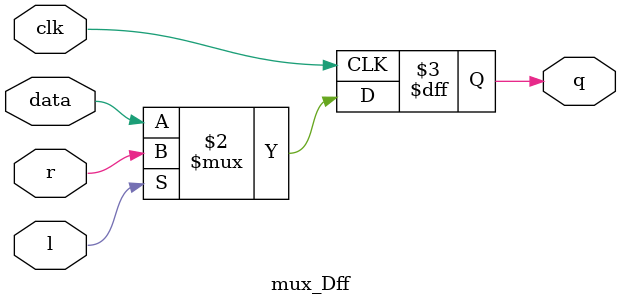
<source format=v>
module top_module (
	input [2:0] SW,      // R
	input [1:0] KEY,     // L and clk
	output [2:0] LEDR);  // Q

    mux_Dff ins1(
        .r(SW[2]), 
        .l(KEY[1]), 
        .clk(KEY[0]), 
        .data(LEDR[2]^LEDR[1]),
        .q(LEDR[2]));
    mux_Dff ins2(
        .r(SW[1]), 
        .l(KEY[1]), 
        .clk(KEY[0]), 
        .data(LEDR[0]),
        .q(LEDR[1]));
    mux_Dff ins3(
        .r(SW[0]), 
        .l(KEY[1]), 
        .clk(KEY[0]), 
        .data(LEDR[2]),
        .q(LEDR[0]));
endmodule

module mux_Dff (
    input r,l,clk,data,
    output q
);
    always @(posedge clk ) begin
        q <= l ? r : data;
    end
endmodule
</source>
